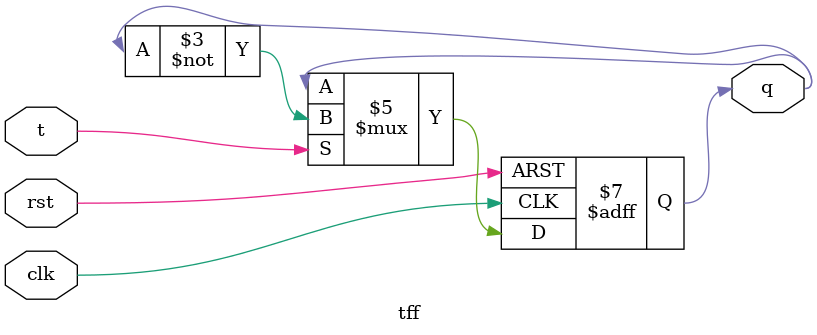
<source format=sv>
module asyn_coun_tff(clk,rst,q,qo);
  output [3:0] q;
  output [3:0] qo;
  input clk,rst;
  wire t,q0,q1,q2,q3;
  assign t=1;
  tff t1(t,clk,rst,q0);
  tff t2(t,q0,rst,q1);
  tff t3(t,q1,rst,q2);
  tff t4(t,q2,rst,q3);
  assign q={q3,q2,q1,q0};
  assign qo=~q;
endmodule

module tff(t,clk,rst,q);
  input t,clk,rst;
  output reg q;
  always @(posedge clk, negedge rst)
    begin
      if(!rst)
        q<=0;
      else if(t)
        q<=~q;
      else
        q<=q;
    end
endmodule

</source>
